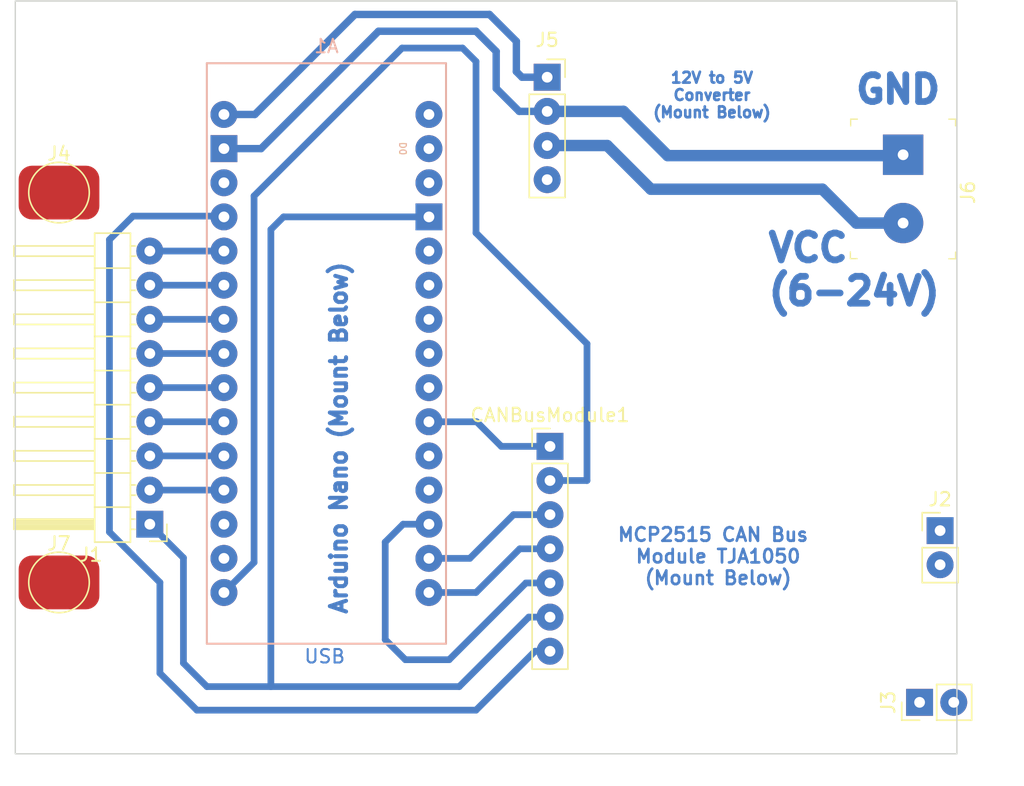
<source format=kicad_pcb>
(kicad_pcb (version 20221018) (generator pcbnew)
  (layers (0 "F.Cu" signal) (31 "B.Cu" signal) (34 "B.Paste" user) (35 "F.Paste" user) (36 "B.SilkS" user "B.Silkscreen") (37 "F.SilkS" user "F.Silkscreen") (38 "B.Mask" user) (39 "F.Mask" user) (44 "Edge.Cuts" user))
  (net 0 "")
  (net 2 "Net-(CANBusModule1-Pin_7)")
  (net 3 "Net-(J1-Pin_2)")
  (net 4 "Net-(J1-Pin_3)")
  (net 5 "Net-(J1-Pin_4)")
  (net 6 "Net-(J1-Pin_5)")
  (net 7 "Net-(A1-A4{slash}SDA)")
  (net 8 "Net-(A1-A5{slash}SCL)")
  (net 9 "Net-(J1-Pin_8)")
  (net 10 "Net-(J1-Pin_9)")
  (net 16 "Net-(CANBusModule1-Pin_1)")
  (net 18 "Net-(CANBusModule1-Pin_5)")
  (net 19 "Net-(A1-D11_MOSI)")
  (net 20 "Net-(A1-D12_MISO)")
  (net 21 "Net-(A1-D13_SCK)")
  (net 22 "Net-(CANBusModule1-Pin_6)")
  (net 33 "GND")
  (net 34 "Net-(J5-Pin_1)")
  (net 35 "+12V")
  (footprint "Connector_PinHeader_2.54mm:PinHeader_1x02_P2.54mm_Vertical" (layer "F.Cu") (at 141.975 116.17 90)
    (fp_text reference "J3" (at 0 -2.33 90) (layer "F.SilkS"))
    (fp_text value "Conn_01x02_Pin")
    (fp_line (start -1.33 -1.33) (end 0 -1.33) (stroke (width 0.12)) (layer "F.SilkS"))
    (fp_line (start -1.33 0) (end -1.33 -1.33) (stroke (width 0.12)) (layer "F.SilkS"))
    (fp_line (start -1.33 1.27) (end -1.33 3.87) (stroke (width 0.12)) (layer "F.SilkS"))
    (fp_line (start -1.33 1.27) (end 1.33 1.27) (stroke (width 0.12)) (layer "F.SilkS"))
    (fp_line (start -1.33 3.87) (end 1.33 3.87) (stroke (width 0.12)) (layer "F.SilkS"))
    (fp_line (start 1.33 1.27) (end 1.33 3.87) (stroke (width 0.12)) (layer "F.SilkS"))
    (pad "1" thru_hole rect (at 0 0 90) (size 2 2) (drill 0.8) (layers "*.Cu" "*.Mask"))
    (pad "2" thru_hole oval (at 0 2.54 90) (size 2 2) (drill 0.8) (layers "*.Cu" "*.Mask"))
  )
  (footprint "digikey-footprints:Term_Block_1x2_P5.08MM" (layer "F.Cu") (at 140.75 75.438 -90)
    (fp_text reference "J6" (at 2.794 -4.826 90) (layer "F.SilkS"))
    (fp_text value "OSTTC022162")
    (fp_line (start -2.65 -3.9) (end -2.65 -3.4) (stroke (width 0.1)) (layer "F.SilkS"))
    (fp_line (start -2.65 -3.9) (end -2.15 -3.9) (stroke (width 0.1)) (layer "F.SilkS"))
    (fp_line (start -2.65 3.4) (end -2.65 3.9) (stroke (width 0.1)) (layer "F.SilkS"))
    (fp_line (start -2.65 3.9) (end -2.15 3.9) (stroke (width 0.1)) (layer "F.SilkS"))
    (fp_line (start 7.728 3.42) (end 7.728 3.92) (stroke (width 0.1)) (layer "F.SilkS"))
    (fp_line (start 7.728 3.92) (end 7.228 3.92) (stroke (width 0.1)) (layer "F.SilkS"))
    (fp_line (start 7.738 -3.9) (end 7.238 -3.9) (stroke (width 0.1)) (layer "F.SilkS"))
    (fp_line (start 7.738 -3.9) (end 7.738 -3.4) (stroke (width 0.1)) (layer "F.SilkS"))
    (pad "1" thru_hole rect (at 0 0 270) (size 3 3) (drill 0.8) (layers "*.Cu" "*.Mask") (net 33 "GND"))
    (pad "2" thru_hole circle (at 5.08 0 270) (size 3 3) (drill 0.8) (layers "*.Cu" "*.Mask") (net 35 "+12V"))
  )
  (footprint "TestPoint:TestPoint_Pad_D4.0mm" (layer "F.Cu") (at 78 78.25)
    (fp_text reference "J4" (at 0 -2.898) (layer "F.SilkS"))
    (fp_text value "SolderPad1")
    (fp_circle (center 0 0) (end 0 2.25) (stroke (width 0.12)) (fill none) (layer "F.SilkS"))
    (pad "1" smd roundrect (at 0 0) (size 6 4) (layers "F.Cu" "F.Mask"))
  )
  (footprint "Connector_PinHeader_2.54mm:PinHeader_1x09_P2.54mm_Horizontal" (layer "F.Cu") (at 84.75 102.92 180)
    (fp_text reference "J1" (at 4.385 -2.27) (layer "F.SilkS"))
    (fp_text value "Conn_01x09_Pin")
    (fp_line (start -1.27 -1.27) (end 0 -1.27) (stroke (width 0.12)) (layer "F.SilkS"))
    (fp_line (start -1.27 0) (end -1.27 -1.27) (stroke (width 0.12)) (layer "F.SilkS"))
    (fp_line (start 1.042929 2.16) (end 1.44 2.16) (stroke (width 0.12)) (layer "F.SilkS"))
    (fp_line (start 1.042929 2.92) (end 1.44 2.92) (stroke (width 0.12)) (layer "F.SilkS"))
    (fp_line (start 1.042929 4.7) (end 1.44 4.7) (stroke (width 0.12)) (layer "F.SilkS"))
    (fp_line (start 1.042929 5.46) (end 1.44 5.46) (stroke (width 0.12)) (layer "F.SilkS"))
    (fp_line (start 1.042929 7.24) (end 1.44 7.24) (stroke (width 0.12)) (layer "F.SilkS"))
    (fp_line (start 1.042929 8) (end 1.44 8) (stroke (width 0.12)) (layer "F.SilkS"))
    (fp_line (start 1.042929 9.78) (end 1.44 9.78) (stroke (width 0.12)) (layer "F.SilkS"))
    (fp_line (start 1.042929 10.54) (end 1.44 10.54) (stroke (width 0.12)) (layer "F.SilkS"))
    (fp_line (start 1.042929 12.32) (end 1.44 12.32) (stroke (width 0.12)) (layer "F.SilkS"))
    (fp_line (start 1.042929 13.08) (end 1.44 13.08) (stroke (width 0.12)) (layer "F.SilkS"))
    (fp_line (start 1.042929 14.86) (end 1.44 14.86) (stroke (width 0.12)) (layer "F.SilkS"))
    (fp_line (start 1.042929 15.62) (end 1.44 15.62) (stroke (width 0.12)) (layer "F.SilkS"))
    (fp_line (start 1.042929 17.4) (end 1.44 17.4) (stroke (width 0.12)) (layer "F.SilkS"))
    (fp_line (start 1.042929 18.16) (end 1.44 18.16) (stroke (width 0.12)) (layer "F.SilkS"))
    (fp_line (start 1.042929 19.94) (end 1.44 19.94) (stroke (width 0.12)) (layer "F.SilkS"))
    (fp_line (start 1.042929 20.7) (end 1.44 20.7) (stroke (width 0.12)) (layer "F.SilkS"))
    (fp_line (start 1.11 -0.38) (end 1.44 -0.38) (stroke (width 0.12)) (layer "F.SilkS"))
    (fp_line (start 1.11 0.38) (end 1.44 0.38) (stroke (width 0.12)) (layer "F.SilkS"))
    (fp_line (start 1.44 -1.33) (end 1.44 21.65) (stroke (width 0.12)) (layer "F.SilkS"))
    (fp_line (start 1.44 1.27) (end 4.1 1.27) (stroke (width 0.12)) (layer "F.SilkS"))
    (fp_line (start 1.44 3.81) (end 4.1 3.81) (stroke (width 0.12)) (layer "F.SilkS"))
    (fp_line (start 1.44 6.35) (end 4.1 6.35) (stroke (width 0.12)) (layer "F.SilkS"))
    (fp_line (start 1.44 8.89) (end 4.1 8.89) (stroke (width 0.12)) (layer "F.SilkS"))
    (fp_line (start 1.44 11.43) (end 4.1 11.43) (stroke (width 0.12)) (layer "F.SilkS"))
    (fp_line (start 1.44 13.97) (end 4.1 13.97) (stroke (width 0.12)) (layer "F.SilkS"))
    (fp_line (start 1.44 16.51) (end 4.1 16.51) (stroke (width 0.12)) (layer "F.SilkS"))
    (fp_line (start 1.44 19.05) (end 4.1 19.05) (stroke (width 0.12)) (layer "F.SilkS"))
    (fp_line (start 1.44 21.65) (end 4.1 21.65) (stroke (width 0.12)) (layer "F.SilkS"))
    (fp_line (start 4.1 -1.33) (end 1.44 -1.33) (stroke (width 0.12)) (layer "F.SilkS"))
    (fp_line (start 4.1 -0.38) (end 10.1 -0.38) (stroke (width 0.12)) (layer "F.SilkS"))
    (fp_line (start 4.1 -0.32) (end 10.1 -0.32) (stroke (width 0.12)) (layer "F.SilkS"))
    (fp_line (start 4.1 -0.2) (end 10.1 -0.2) (stroke (width 0.12)) (layer "F.SilkS"))
    (fp_line (start 4.1 -0.08) (end 10.1 -0.08) (stroke (width 0.12)) (layer "F.SilkS"))
    (fp_line (start 4.1 0.04) (end 10.1 0.04) (stroke (width 0.12)) (layer "F.SilkS"))
    (fp_line (start 4.1 0.16) (end 10.1 0.16) (stroke (width 0.12)) (layer "F.SilkS"))
    (fp_line (start 4.1 0.28) (end 10.1 0.28) (stroke (width 0.12)) (layer "F.SilkS"))
    (fp_line (start 4.1 2.16) (end 10.1 2.16) (stroke (width 0.12)) (layer "F.SilkS"))
    (fp_line (start 4.1 4.7) (end 10.1 4.7) (stroke (width 0.12)) (layer "F.SilkS"))
    (fp_line (start 4.1 7.24) (end 10.1 7.24) (stroke (width 0.12)) (layer "F.SilkS"))
    (fp_line (start 4.1 9.78) (end 10.1 9.78) (stroke (width 0.12)) (layer "F.SilkS"))
    (fp_line (start 4.1 12.32) (end 10.1 12.32) (stroke (width 0.12)) (layer "F.SilkS"))
    (fp_line (start 4.1 14.86) (end 10.1 14.86) (stroke (width 0.12)) (layer "F.SilkS"))
    (fp_line (start 4.1 17.4) (end 10.1 17.4) (stroke (width 0.12)) (layer "F.SilkS"))
    (fp_line (start 4.1 19.94) (end 10.1 19.94) (stroke (width 0.12)) (layer "F.SilkS"))
    (fp_line (start 4.1 21.65) (end 4.1 -1.33) (stroke (width 0.12)) (layer "F.SilkS"))
    (fp_line (start 10.1 -0.38) (end 10.1 0.38) (stroke (width 0.12)) (layer "F.SilkS"))
    (fp_line (start 10.1 0.38) (end 4.1 0.38) (stroke (width 0.12)) (layer "F.SilkS"))
    (fp_line (start 10.1 2.16) (end 10.1 2.92) (stroke (width 0.12)) (layer "F.SilkS"))
    (fp_line (start 10.1 2.92) (end 4.1 2.92) (stroke (width 0.12)) (layer "F.SilkS"))
    (fp_line (start 10.1 4.7) (end 10.1 5.46) (stroke (width 0.12)) (layer "F.SilkS"))
    (fp_line (start 10.1 5.46) (end 4.1 5.46) (stroke (width 0.12)) (layer "F.SilkS"))
    (fp_line (start 10.1 7.24) (end 10.1 8) (stroke (width 0.12)) (layer "F.SilkS"))
    (fp_line (start 10.1 8) (end 4.1 8) (stroke (width 0.12)) (layer "F.SilkS"))
    (fp_line (start 10.1 9.78) (end 10.1 10.54) (stroke (width 0.12)) (layer "F.SilkS"))
    (fp_line (start 10.1 10.54) (end 4.1 10.54) (stroke (width 0.12)) (layer "F.SilkS"))
    (fp_line (start 10.1 12.32) (end 10.1 13.08) (stroke (width 0.12)) (layer "F.SilkS"))
    (fp_line (start 10.1 13.08) (end 4.1 13.08) (stroke (width 0.12)) (layer "F.SilkS"))
    (fp_line (start 10.1 14.86) (end 10.1 15.62) (stroke (width 0.12)) (layer "F.SilkS"))
    (fp_line (start 10.1 15.62) (end 4.1 15.62) (stroke (width 0.12)) (layer "F.SilkS"))
    (fp_line (start 10.1 17.4) (end 10.1 18.16) (stroke (width 0.12)) (layer "F.SilkS"))
    (fp_line (start 10.1 18.16) (end 4.1 18.16) (stroke (width 0.12)) (layer "F.SilkS"))
    (fp_line (start 10.1 19.94) (end 10.1 20.7) (stroke (width 0.12)) (layer "F.SilkS"))
    (fp_line (start 10.1 20.7) (end 4.1 20.7) (stroke (width 0.12)) (layer "F.SilkS"))
    (pad "1" thru_hole rect (at 0 0 180) (size 2 2) (drill 0.8) (layers "*.Cu" "*.Mask") (net 22 "Net-(CANBusModule1-Pin_6)"))
    (pad "2" thru_hole oval (at 0 2.54 180) (size 2 2) (drill 0.8) (layers "*.Cu" "*.Mask") (net 3 "Net-(J1-Pin_2)"))
    (pad "3" thru_hole oval (at 0 5.08 180) (size 2 2) (drill 0.8) (layers "*.Cu" "*.Mask") (net 4 "Net-(J1-Pin_3)"))
    (pad "4" thru_hole oval (at 0 7.62 180) (size 2 2) (drill 0.8) (layers "*.Cu" "*.Mask") (net 5 "Net-(J1-Pin_4)"))
    (pad "5" thru_hole oval (at 0 10.16 180) (size 2 2) (drill 0.8) (layers "*.Cu" "*.Mask") (net 6 "Net-(J1-Pin_5)"))
    (pad "6" thru_hole oval (at 0 12.7 180) (size 2 2) (drill 0.8) (layers "*.Cu" "*.Mask") (net 7 "Net-(A1-A4{slash}SDA)"))
    (pad "7" thru_hole oval (at 0 15.24 180) (size 2 2) (drill 0.8) (layers "*.Cu" "*.Mask") (net 8 "Net-(A1-A5{slash}SCL)"))
    (pad "8" thru_hole oval (at 0 17.78 180) (size 2 2) (drill 0.8) (layers "*.Cu" "*.Mask") (net 9 "Net-(J1-Pin_8)"))
    (pad "9" thru_hole oval (at 0 20.32 180) (size 2 2) (drill 0.8) (layers "*.Cu" "*.Mask") (net 10 "Net-(J1-Pin_9)"))
  )
  (footprint "Connector_PinHeader_2.54mm:PinHeader_1x02_P2.54mm_Vertical" (layer "F.Cu") (at 143.5 103.395)
    (fp_text reference "J2" (at 0 -2.33) (layer "F.SilkS"))
    (fp_text value "Conn_01x02_Pin")
    (fp_line (start -1.33 -1.33) (end 0 -1.33) (stroke (width 0.12)) (layer "F.SilkS"))
    (fp_line (start -1.33 0) (end -1.33 -1.33) (stroke (width 0.12)) (layer "F.SilkS"))
    (fp_line (start -1.33 1.27) (end -1.33 3.87) (stroke (width 0.12)) (layer "F.SilkS"))
    (fp_line (start -1.33 1.27) (end 1.33 1.27) (stroke (width 0.12)) (layer "F.SilkS"))
    (fp_line (start -1.33 3.87) (end 1.33 3.87) (stroke (width 0.12)) (layer "F.SilkS"))
    (fp_line (start 1.33 1.27) (end 1.33 3.87) (stroke (width 0.12)) (layer "F.SilkS"))
    (pad "1" thru_hole rect (at 0 0) (size 2 2) (drill 0.8) (layers "*.Cu" "*.Mask"))
    (pad "2" thru_hole oval (at 0 2.54) (size 2 2) (drill 0.8) (layers "*.Cu" "*.Mask"))
  )
  (footprint "Connector_PinSocket_2.54mm:PinSocket_1x04_P2.54mm_Vertical" (layer "F.Cu") (at 114.29 69.67)
    (fp_text reference "J5" (at 0 -2.77) (layer "F.SilkS"))
    (fp_text value "Conn_01x04")
    (fp_line (start -1.33 1.27) (end -1.33 8.95) (stroke (width 0.12)) (layer "F.SilkS"))
    (fp_line (start -1.33 1.27) (end 1.33 1.27) (stroke (width 0.12)) (layer "F.SilkS"))
    (fp_line (start -1.33 8.95) (end 1.33 8.95) (stroke (width 0.12)) (layer "F.SilkS"))
    (fp_line (start 0 -1.33) (end 1.33 -1.33) (stroke (width 0.12)) (layer "F.SilkS"))
    (fp_line (start 1.33 -1.33) (end 1.33 0) (stroke (width 0.12)) (layer "F.SilkS"))
    (fp_line (start 1.33 1.27) (end 1.33 8.95) (stroke (width 0.12)) (layer "F.SilkS"))
    (pad "1" thru_hole rect (at 0 0) (size 2 2) (drill 0.8) (layers "*.Cu" "*.Mask") (net 34 "Net-(J5-Pin_1)"))
    (pad "2" thru_hole oval (at 0 2.54) (size 2 2) (drill 0.8) (layers "*.Cu" "*.Mask") (net 33 "GND"))
    (pad "3" thru_hole oval (at 0 5.08) (size 2 2) (drill 0.8) (layers "*.Cu" "*.Mask") (net 35 "+12V"))
    (pad "4" thru_hole oval (at 0 7.62) (size 2 2) (drill 0.8) (layers "*.Cu" "*.Mask"))
  )
  (footprint "TestPoint:TestPoint_Pad_D4.0mm" (layer "F.Cu") (at 78 107.25)
    (fp_text reference "J7" (at 0 -2.898) (layer "F.SilkS"))
    (fp_text value "SolderPad2")
    (fp_circle (center 0 0) (end 0 2.25) (stroke (width 0.12)) (fill none) (layer "F.SilkS"))
    (pad "1" smd roundrect (at 0 0) (size 6 4) (layers "F.Cu" "F.Mask"))
  )
  (footprint "Connector_PinHeader_2.54mm:PinHeader_1x07_P2.54mm_Vertical" (layer "F.Cu") (at 114.5 97.13)
    (fp_text reference "CANBusModule1" (at 0 -2.33 -360) (layer "F.SilkS"))
    (fp_text value "MCP2515")
    (fp_line (start -1.33 -1.33) (end 0 -1.33) (stroke (width 0.12)) (layer "F.SilkS"))
    (fp_line (start -1.33 0) (end -1.33 -1.33) (stroke (width 0.12)) (layer "F.SilkS"))
    (fp_line (start -1.33 1.27) (end -1.33 16.57) (stroke (width 0.12)) (layer "F.SilkS"))
    (fp_line (start -1.33 1.27) (end 1.33 1.27) (stroke (width 0.12)) (layer "F.SilkS"))
    (fp_line (start -1.33 16.57) (end 1.33 16.57) (stroke (width 0.12)) (layer "F.SilkS"))
    (fp_line (start 1.33 1.27) (end 1.33 16.57) (stroke (width 0.12)) (layer "F.SilkS"))
    (pad "1" thru_hole rect (at 0 0) (size 2 2) (drill 0.8) (layers "*.Cu" "*.Mask") (net 16 "Net-(CANBusModule1-Pin_1)"))
    (pad "2" thru_hole oval (at 0 2.54) (size 2 2) (drill 0.8) (layers "*.Cu" "*.Mask") (net 21 "Net-(A1-D13_SCK)"))
    (pad "3" thru_hole oval (at 0 5.08) (size 2 2) (drill 0.8) (layers "*.Cu" "*.Mask") (net 19 "Net-(A1-D11_MOSI)"))
    (pad "4" thru_hole oval (at 0 7.62) (size 2 2) (drill 0.8) (layers "*.Cu" "*.Mask") (net 20 "Net-(A1-D12_MISO)"))
    (pad "5" thru_hole oval (at 0 10.16) (size 2 2) (drill 0.8) (layers "*.Cu" "*.Mask") (net 18 "Net-(CANBusModule1-Pin_5)"))
    (pad "6" thru_hole oval (at 0 12.7) (size 2 2) (drill 0.8) (layers "*.Cu" "*.Mask") (net 22 "Net-(CANBusModule1-Pin_6)"))
    (pad "7" thru_hole oval (at 0 15.24) (size 2 2) (drill 0.8) (layers "*.Cu" "*.Mask") (net 2 "Net-(CANBusModule1-Pin_7)"))
  )
  (footprint "PCM_arduino-library:Arduino_Nano_Socket" (layer "B.Cu") (at 97.88 111.81 180)
    (fp_text reference "A1" (at 0 44.45) (layer "B.SilkS") (effects (justify mirror)))
    (fp_text value "Arduino_Nano_Socket")
    (fp_text user "D0" (at -5.715 36.83 90 unlocked) (layer "B.SilkS") (effects (font (size 0.5 0.5) (thickness 0.075)) (justify mirror)))
    (fp_text user "D0" (at -5.715 36.83 90 unlocked) (layer "F.SilkS") (effects (font (size 0.5 0.5) (thickness 0.075))))
    (fp_line (start -8.89 0) (end 8.89 0) (stroke (width 0.15)) (layer "B.SilkS"))
    (fp_line (start -8.89 43.18) (end -8.89 0) (stroke (width 0.15)) (layer "B.SilkS"))
    (fp_line (start -8.89 43.18) (end 8.89 43.18) (stroke (width 0.15)) (layer "B.SilkS"))
    (fp_line (start 8.89 43.18) (end 8.89 0) (stroke (width 0.15)) (layer "B.SilkS"))
    (pad "" np_thru_hole circle (at -7.62 1.27 180) (size 1.8 1.8) (drill 1.8) (layers "F&B.Cu" "*.Mask"))
    (pad "" np_thru_hole circle (at -7.62 41.91 180) (size 1.8 1.8) (drill 1.8) (layers "F&B.Cu" "*.Mask"))
    (pad "" np_thru_hole circle (at 7.62 1.27 180) (size 1.8 1.8) (drill 1.8) (layers "F&B.Cu" "*.Mask"))
    (pad "" np_thru_hole circle (at 7.62 41.91 180) (size 1.8 1.8) (drill 1.8) (layers "F&B.Cu" "*.Mask"))
    (pad "3V3" thru_hole oval (at 7.62 6.35 180) (size 2 2) (drill 0.8) (layers "*.Cu" "*.Mask"))
    (pad "5V" thru_hole oval (at 7.62 31.75 180) (size 2 2) (drill 0.8) (layers "*.Cu" "*.Mask") (net 2 "Net-(CANBusModule1-Pin_7)"))
    (pad "A0" thru_hole oval (at 7.62 11.43 180) (size 2 2) (drill 0.8) (layers "*.Cu" "*.Mask") (net 3 "Net-(J1-Pin_2)"))
    (pad "A1" thru_hole oval (at 7.62 13.97 180) (size 2 2) (drill 0.8) (layers "*.Cu" "*.Mask") (net 4 "Net-(J1-Pin_3)"))
    (pad "A2" thru_hole oval (at 7.62 16.51 180) (size 2 2) (drill 0.8) (layers "*.Cu" "*.Mask") (net 5 "Net-(J1-Pin_4)"))
    (pad "A3" thru_hole oval (at 7.62 19.05 180) (size 2 2) (drill 0.8) (layers "*.Cu" "*.Mask") (net 6 "Net-(J1-Pin_5)"))
    (pad "A4" thru_hole oval (at 7.62 21.59 180) (size 2 2) (drill 0.8) (layers "*.Cu" "*.Mask") (net 7 "Net-(A1-A4{slash}SDA)"))
    (pad "A5" thru_hole oval (at 7.62 24.13 180) (size 2 2) (drill 0.8) (layers "*.Cu" "*.Mask") (net 8 "Net-(A1-A5{slash}SCL)"))
    (pad "A6" thru_hole oval (at 7.62 26.67 180) (size 2 2) (drill 0.8) (layers "*.Cu" "*.Mask") (net 9 "Net-(J1-Pin_8)"))
    (pad "A7" thru_hole oval (at 7.62 29.21 180) (size 2 2) (drill 0.8) (layers "*.Cu" "*.Mask") (net 10 "Net-(J1-Pin_9)"))
    (pad "AREF" thru_hole oval (at 7.62 8.89 180) (size 2 2) (drill 0.8) (layers "*.Cu" "*.Mask"))
    (pad "D0" thru_hole oval (at -7.62 36.83 180) (size 2 2) (drill 0.8) (layers "*.Cu" "*.Mask"))
    (pad "D1" thru_hole oval (at -7.62 39.37 180) (size 2 2) (drill 0.8) (layers "*.Cu" "*.Mask"))
    (pad "D2" thru_hole oval (at -7.62 29.21 180) (size 2 2) (drill 0.8) (layers "*.Cu" "*.Mask"))
    (pad "D3" thru_hole oval (at -7.62 26.67 180) (size 2 2) (drill 0.8) (layers "*.Cu" "*.Mask"))
    (pad "D4" thru_hole oval (at -7.62 24.13 180) (size 2 2) (drill 0.8) (layers "*.Cu" "*.Mask"))
    (pad "D5" thru_hole oval (at -7.62 21.59 180) (size 2 2) (drill 0.8) (layers "*.Cu" "*.Mask"))
    (pad "D6" thru_hole oval (at -7.62 19.05 180) (size 2 2) (drill 0.8) (layers "*.Cu" "*.Mask"))
    (pad "D7" thru_hole oval (at -7.62 16.51 180) (size 2 2) (drill 0.8) (layers "*.Cu" "*.Mask") (net 16 "Net-(CANBusModule1-Pin_1)"))
    (pad "D8" thru_hole oval (at -7.62 13.97 180) (size 2 2) (drill 0.8) (layers "*.Cu" "*.Mask"))
    (pad "D9" thru_hole oval (at -7.62 11.43 180) (size 2 2) (drill 0.8) (layers "*.Cu" "*.Mask"))
    (pad "D10" thru_hole oval (at -7.62 8.89 180) (size 2 2) (drill 0.8) (layers "*.Cu" "*.Mask") (net 18 "Net-(CANBusModule1-Pin_5)"))
    (pad "D11" thru_hole oval (at -7.62 6.35 180) (size 2 2) (drill 0.8) (layers "*.Cu" "*.Mask") (net 19 "Net-(A1-D11_MOSI)"))
    (pad "D12" thru_hole oval (at -7.62 3.81 180) (size 2 2) (drill 0.8) (layers "*.Cu" "*.Mask") (net 20 "Net-(A1-D12_MISO)"))
    (pad "D13" thru_hole oval (at 7.62 3.81 180) (size 2 2) (drill 0.8) (layers "*.Cu" "*.Mask") (net 21 "Net-(A1-D13_SCK)"))
    (pad "GND1" thru_hole rect (at -7.62 31.75 180) (size 2 2) (drill 0.8) (layers "*.Cu" "*.Mask") (net 22 "Net-(CANBusModule1-Pin_6)"))
    (pad "GND2" thru_hole rect (at 7.62 36.83 180) (size 2 2) (drill 0.8) (layers "*.Cu" "*.Mask") (net 33 "GND"))
    (pad "RST1" thru_hole oval (at -7.62 34.29 180) (size 2 2) (drill 0.8) (layers "*.Cu" "*.Mask"))
    (pad "RST2" thru_hole oval (at 7.62 34.29 180) (size 2 2) (drill 0.8) (layers "*.Cu" "*.Mask"))
    (pad "VIN" thru_hole oval (at 7.62 39.37 180) (size 2 2) (drill 0.8) (layers "*.Cu" "*.Mask") (net 34 "Net-(J5-Pin_1)"))
  )
  (gr_rect (start 74.75 64) (end 144.75 120) (stroke (width 0.1)) (fill none) (layer "Edge.Cuts"))
  (gr_text "12V to 5V\nConverter\n(Mount Below)" (at 126.54 72.75) (layer "B.Cu") (effects (font (size 0.8 0.8) (thickness 0.2) bold) (justify bottom)))
  (gr_text "VCC\n(6-24V)" (at 130.5 86.75) (layer "B.Cu") (effects (font (size 2 2) (thickness 0.5) bold) (justify left bottom)))
  (gr_text "GND" (at 137 71.75) (layer "B.Cu") (effects (font (size 2 2) (thickness 0.5) bold) (justify left bottom)))
  (gr_text "MCP2515 CAN Bus \nModule TJA1050\n(Mount Below)" (at 127 107.5) (layer "B.Cu") (effects (font (size 1 1) (thickness 0.2) bold) (justify bottom)))
  (gr_text "Arduino Nano (Mount Below)" (at 99.5 96.5 90) (layer "B.Cu") (effects (font (size 1.2 1.2) (thickness 0.3) bold) (justify bottom)))
  (gr_text "USB" (at 97.75 112.75) (layer "B.Cu") (effects (font (size 1 1))))
  (segment (start 113.38 112.37) (end 109 116.75) (width 0.5) (layer "B.Cu") (net 2))
  (segment (start 114.5 112.37) (end 113.38 112.37) (width 0.5) (layer "B.Cu") (net 2))
  (segment (start 85.5 107.25) (end 81.75 103.5) (width 0.5) (layer "B.Cu") (net 2))
  (segment (start 81.75 81.75) (end 83.5 80) (width 0.5) (layer "B.Cu") (net 2))
  (segment (start 85.5 114) (end 85.5 107.25) (width 0.5) (layer "B.Cu") (net 2))
  (segment (start 109 116.75) (end 88.25 116.75) (width 0.5) (layer "B.Cu") (net 2))
  (segment (start 83.5 80) (end 90.2 80) (width 0.5) (layer "B.Cu") (net 2))
  (segment (start 90.2 80) (end 90.26 80.06) (width 0.5) (layer "B.Cu") (net 2))
  (segment (start 88.25 116.75) (end 85.5 114) (width 0.5) (layer "B.Cu") (net 2))
  (segment (start 81.75 103.5) (end 81.75 81.75) (width 0.5) (layer "B.Cu") (net 2))
  (segment (start 84.75 100.38) (end 90.26 100.38) (width 0.5) (layer "B.Cu") (net 3))
  (segment (start 84.75 97.84) (end 90.26 97.84) (width 0.5) (layer "B.Cu") (net 4))
  (segment (start 84.75 95.3) (end 90.26 95.3) (width 0.5) (layer "B.Cu") (net 5))
  (segment (start 84.75 92.76) (end 90.26 92.76) (width 0.5) (layer "B.Cu") (net 6))
  (segment (start 84.75 90.22) (end 90.26 90.22) (width 0.5) (layer "B.Cu") (net 7))
  (segment (start 84.75 87.68) (end 90.26 87.68) (width 0.5) (layer "B.Cu") (net 8))
  (segment (start 84.75 85.14) (end 90.26 85.14) (width 0.5) (layer "B.Cu") (net 9))
  (segment (start 84.75 82.6) (end 90.26 82.6) (width 0.5) (layer "B.Cu") (net 10))
  (segment (start 105.5 95.3) (end 105.95 95.3) (width 0.5) (layer "F.Cu") (net 16))
  (segment (start 105.5 95.3) (end 106.2 95.3) (width 0.25) (layer "F.Cu") (net 16))
  (segment (start 110.88 97.13) (end 114.5 97.13) (width 0.5) (layer "B.Cu") (net 16))
  (segment (start 105.5 95.3) (end 109.05 95.3) (width 0.5) (layer "B.Cu") (net 16))
  (segment (start 109.05 95.3) (end 110.88 97.13) (width 0.5) (layer "B.Cu") (net 16))
  (segment (start 107 113) (end 112.71 107.29) (width 0.5) (layer "B.Cu") (net 18))
  (segment (start 103.75 113) (end 107 113) (width 0.5) (layer "B.Cu") (net 18))
  (segment (start 103.58 102.92) (end 102.25 104.25) (width 0.5) (layer "B.Cu") (net 18))
  (segment (start 112.71 107.29) (end 114.5 107.29) (width 0.5) (layer "B.Cu") (net 18))
  (segment (start 102.25 111.5) (end 103.75 113) (width 0.5) (layer "B.Cu") (net 18))
  (segment (start 105.5 102.92) (end 103.58 102.92) (width 0.5) (layer "B.Cu") (net 18))
  (segment (start 102.25 104.25) (end 102.25 111.5) (width 0.5) (layer "B.Cu") (net 18))
  (segment (start 108.54 105.46) (end 111.79 102.21) (width 0.5) (layer "B.Cu") (net 19))
  (segment (start 105.5 105.46) (end 108.54 105.46) (width 0.5) (layer "B.Cu") (net 19))
  (segment (start 111.79 102.21) (end 114.5 102.21) (width 0.5) (layer "B.Cu") (net 19))
  (segment (start 112.25 104.75) (end 114.5 104.75) (width 0.5) (layer "B.Cu") (net 20))
  (segment (start 109 108) (end 112.25 104.75) (width 0.5) (layer "B.Cu") (net 20))
  (segment (start 105.5 108) (end 109 108) (width 0.5) (layer "B.Cu") (net 20))
  (segment (start 117.25 99.67) (end 114.5 99.67) (width 0.5) (layer "B.Cu") (net 21))
  (segment (start 92.5 105.76) (end 92.5 78.5) (width 0.5) (layer "B.Cu") (net 21))
  (segment (start 109 68.5) (end 109 81.25) (width 0.5) (layer "B.Cu") (net 21))
  (segment (start 103.5 67.5) (end 108 67.5) (width 0.5) (layer "B.Cu") (net 21))
  (segment (start 90.26 108) (end 92.5 105.76) (width 0.5) (layer "B.Cu") (net 21))
  (segment (start 117.25 89.5) (end 117.25 99.67) (width 0.5) (layer "B.Cu") (net 21))
  (segment (start 108 67.5) (end 109 68.5) (width 0.5) (layer "B.Cu") (net 21))
  (segment (start 109 81.25) (end 117.25 89.5) (width 0.5) (layer "B.Cu") (net 21))
  (segment (start 92.5 78.5) (end 103.5 67.5) (width 0.5) (layer "B.Cu") (net 21))
  (segment (start 112.92 109.83) (end 114.5 109.83) (width 0.5) (layer "B.Cu") (net 22))
  (segment (start 87.25 113.25) (end 87.25 105.42) (width 0.5) (layer "B.Cu") (net 22))
  (segment (start 105.5 80.06) (end 94.69 80.06) (width 0.5) (layer "B.Cu") (net 22))
  (segment (start 93.75 115) (end 107.75 115) (width 0.5) (layer "B.Cu") (net 22))
  (segment (start 94.69 80.06) (end 93.75 81) (width 0.5) (layer "B.Cu") (net 22))
  (segment (start 89 115) (end 87.25 113.25) (width 0.5) (layer "B.Cu") (net 22))
  (segment (start 93.75 115) (end 89 115) (width 0.5) (layer "B.Cu") (net 22))
  (segment (start 93.75 81) (end 93.75 115) (width 0.5) (layer "B.Cu") (net 22))
  (segment (start 87.25 105.42) (end 84.75 102.92) (width 0.5) (layer "B.Cu") (net 22))
  (segment (start 107.75 115) (end 112.92 109.83) (width 0.5) (layer "B.Cu") (net 22))
  (segment (start 119.96 72.21) (end 123.25 75.5) (width 0.85) (layer "B.Cu") (net 33))
  (segment (start 93.02 74.98) (end 101.75 66.25) (width 0.55) (layer "B.Cu") (net 33))
  (segment (start 109 66.25) (end 110.5 67.75) (width 0.55) (layer "B.Cu") (net 33))
  (segment (start 90.26 74.98) (end 93.02 74.98) (width 0.55) (layer "B.Cu") (net 33))
  (segment (start 114.29 72.21) (end 119.96 72.21) (width 0.85) (layer "B.Cu") (net 33))
  (segment (start 139.938 75.5) (end 140 75.438) (width 0.85) (layer "B.Cu") (net 33))
  (segment (start 110.5 70.5) (end 112.21 72.21) (width 0.55) (layer "B.Cu") (net 33))
  (segment (start 123.25 75.5) (end 139.938 75.5) (width 0.85) (layer "B.Cu") (net 33))
  (segment (start 110.5 67.75) (end 110.5 70.5) (width 0.55) (layer "B.Cu") (net 33))
  (segment (start 112.21 72.21) (end 114.29 72.21) (width 0.55) (layer "B.Cu") (net 33))
  (segment (start 101.75 66.25) (end 109 66.25) (width 0.55) (layer "B.Cu") (net 33))
  (segment (start 114.25 72.25) (end 114.29 72.21) (width 0.55) (layer "B.Cu") (net 33))
  (segment (start 112 67) (end 112 69.25) (width 0.55) (layer "B.Cu") (net 34))
  (segment (start 112.42 69.67) (end 114.29 69.67) (width 0.55) (layer "B.Cu") (net 34))
  (segment (start 100 65) (end 110 65) (width 0.55) (layer "B.Cu") (net 34))
  (segment (start 90.26 72.44) (end 92.56 72.44) (width 0.55) (layer "B.Cu") (net 34))
  (segment (start 92.56 72.44) (end 100 65) (width 0.55) (layer "B.Cu") (net 34))
  (segment (start 112 69.25) (end 112.42 69.67) (width 0.55) (layer "B.Cu") (net 34))
  (segment (start 110 65) (end 112 67) (width 0.55) (layer "B.Cu") (net 34))
  (segment (start 137.268 80.518) (end 140 80.518) (width 0.85) (layer "B.Cu") (net 35))
  (segment (start 122 78) (end 134.75 78) (width 0.85) (layer "B.Cu") (net 35))
  (segment (start 134.75 78) (end 137.268 80.518) (width 0.85) (layer "B.Cu") (net 35))
  (segment (start 114.29 74.75) (end 118.75 74.75) (width 0.85) (layer "B.Cu") (net 35))
  (segment (start 118.75 74.75) (end 122 78) (width 0.85) (layer "B.Cu") (net 35))
)
</source>
